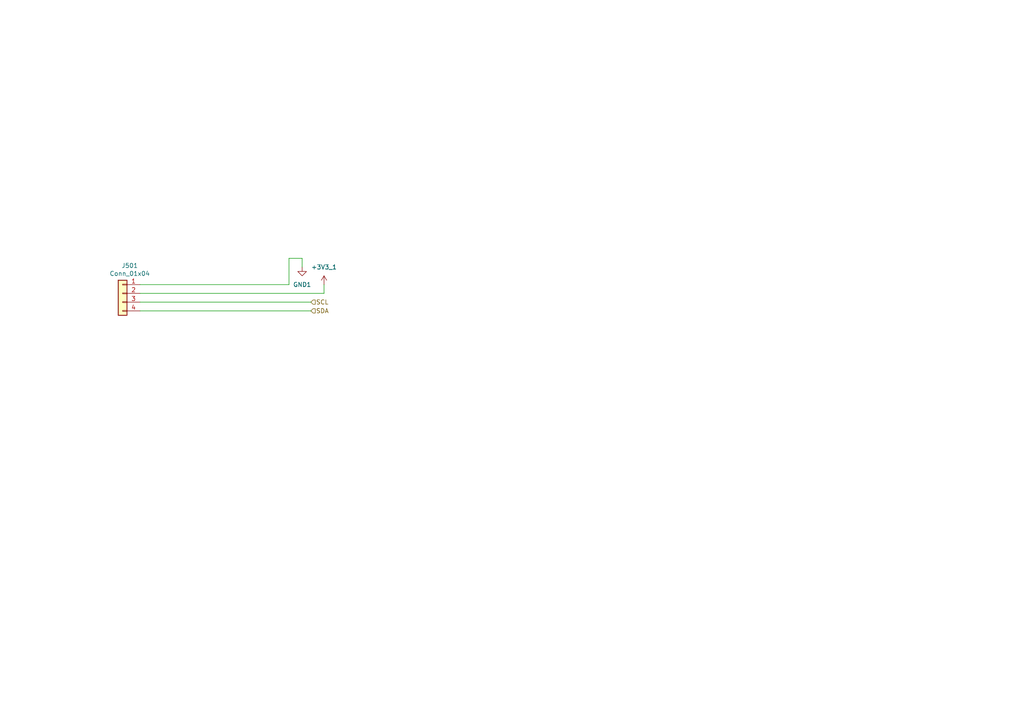
<source format=kicad_sch>
(kicad_sch (version 20211123) (generator eeschema)
  (paper "A4")
  (title_block (title "Sailor Hat WiFi Gateway") (date "2022-03-17") (rev "1.0.0") (company "Hat Labs Ltd") (comment 1 "https://creativecommons.org/licenses/by-sa/4.0") (comment 2 "To view a copy of this license, visit ") (comment 3 "SH-wg is licensed under CC BY-SA 4.0."))
  (lib_symbols
    (symbol "Connector_Generic:Conn_01x04" (pin_names (offset 1.016) hide)
      (property "Reference" "J" (at 0 5.08 0))
      (property "Value" "Conn_01x04" (at 0 -7.62 0))
      (symbol "Conn_01x04_1_1"
        (rectangle (start -1.27 -4.953) (end 0 -5.207) (stroke (width 0.1524)))
        (rectangle (start -1.27 -2.413) (end 0 -2.667) (stroke (width 0.1524)))
        (rectangle (start -1.27 0.127) (end 0 -0.127) (stroke (width 0.1524)))
        (rectangle (start -1.27 2.667) (end 0 2.413) (stroke (width 0.1524)))
        (rectangle (start -1.27 3.81) (end 1.27 -6.35) (stroke (width 0.254)) (fill (type background)))
        (pin passive line (at -5.08 2.54 0) (length 3.81) (name "Pin_1") (number "1"))
        (pin passive line (at -5.08 0 0) (length 3.81) (name "Pin_2") (number "2"))
        (pin passive line (at -5.08 -2.54 0) (length 3.81) (name "Pin_3") (number "3"))
        (pin passive line (at -5.08 -5.08 0) (length 3.81) (name "Pin_4") (number "4"))
      )
    )
    (symbol "SH-wg:+3V3_1" (power) (pin_names (offset 0))
      (property "Value" "+3V3_1" (at 0 3.556 0))
      (symbol "+3V3_1_0_1"
        (polyline (pts (xy -0.762 1.27) (xy 0 2.54)))
        (polyline (pts (xy 0 0) (xy 0 2.54)))
        (polyline (pts (xy 0 2.54) (xy 0.762 1.27)))
      )
      (symbol "+3V3_1_1_1"
        (pin power_in line (at 0 0 90) (length 0) hide (name "+3V3_1") (number "1"))
      )
    )
    (symbol "power:GND1" (power) (pin_names (offset 0))
      (property "Value" "GND1" (at 0 -3.81 0))
      (symbol "GND1_0_1"
        (polyline (pts (xy 0 0) (xy 0 -1.27) (xy 1.27 -1.27) (xy 0 -2.54) (xy -1.27 -1.27) (xy 0 -1.27)))
      )
      (symbol "GND1_1_1"
        (pin power_in line (at 0 0 270) (length 0) hide (name "GND1") (number "1"))
      )
    )
  )
  (wire (pts (xy 93.98 85.09) (xy 93.98 82.55)))
  (wire (pts (xy 40.64 87.63) (xy 90.17 87.63)))
  (wire (pts (xy 83.82 74.93) (xy 87.63 74.93)))
  (wire (pts (xy 87.63 74.93) (xy 87.63 77.47)))
  (wire (pts (xy 40.64 82.55) (xy 83.82 82.55)))
  (wire (pts (xy 40.64 85.09) (xy 93.98 85.09)))
  (wire (pts (xy 83.82 82.55) (xy 83.82 74.93)))
  (wire (pts (xy 40.64 90.17) (xy 90.17 90.17)))
  (hierarchical_label "SDA" (shape input) (at 90.17 90.17 0))
  (hierarchical_label "SCL" (shape input) (at 90.17 87.63 0))
  (symbol (lib_id "Connector_Generic:Conn_01x04") (at 35.56 85.09 0) (mirror y) (unit 1)
    (property "Reference" "J501" (at 37.6428 77.0382 0))
    (property "Value" "Conn_01x04" (at 37.6428 79.3496 0))
    (property "Footprint" "Connector_PinSocket_2.54mm:PinSocket_1x04_P2.54mm_Vertical" (effects hide))
    (property "LCSC" "C124413" (effects hide))
  )
  (symbol (lib_id "SH-wg:+3V3_1") (at 93.98 82.55 0) (unit 1)
    (property "Reference" "#PWR0502" (effects hide))
    (property "Value" "+3V3_1" (at 93.98 77.47 0))
  )
  (symbol (lib_id "power:GND1") (at 87.63 77.47 0) (unit 1)
    (property "Reference" "#PWR0501" (effects hide))
    (property "Value" "GND1" (at 87.63 82.55 0))
  )
)
</source>
